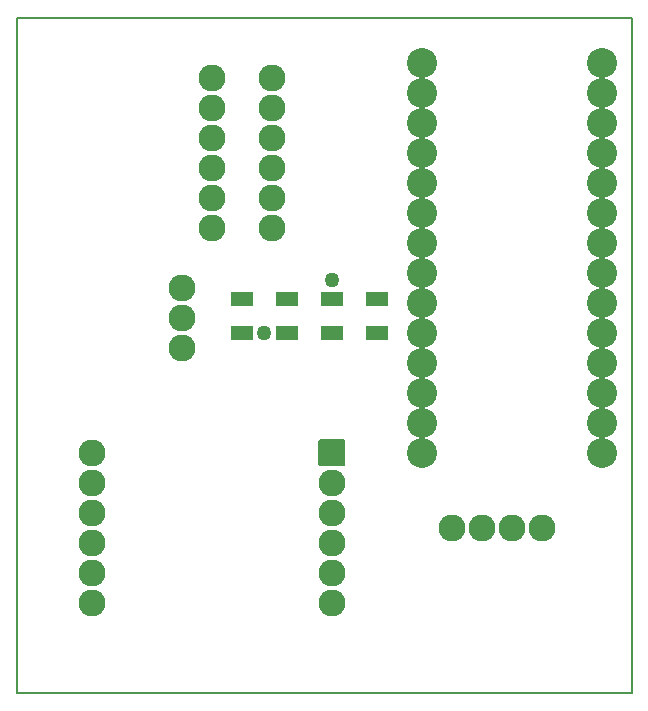
<source format=gbr>
G04 PROTEUS GERBER X2 FILE*
%TF.GenerationSoftware,Labcenter,Proteus,8.13-SP0-Build31525*%
%TF.CreationDate,2022-02-01T17:21:53+00:00*%
%TF.FileFunction,Soldermask,Top*%
%TF.FilePolarity,Negative*%
%TF.Part,Single*%
%TF.SameCoordinates,{1f8d9942-98d1-49a5-8421-286161f785e5}*%
%FSLAX45Y45*%
%MOMM*%
G01*
%TA.AperFunction,Material*%
%ADD71C,1.270000*%
%TA.AperFunction,Material*%
%ADD20C,2.286000*%
%AMPPAD013*
4,1,4,
-0.901700,-0.571500,
-0.901700,0.571500,
0.901700,0.571500,
0.901700,-0.571500,
-0.901700,-0.571500,
0*%
%TA.AperFunction,Material*%
%ADD21PPAD013*%
%TA.AperFunction,Material*%
%ADD22C,2.540000*%
%AMPPAD015*
4,1,36,
1.143000,1.016000,
1.143000,-1.016000,
1.140470,-1.041970,
1.133200,-1.065980,
1.121650,-1.087580,
1.106290,-1.106290,
1.087570,-1.121650,
1.065980,-1.133200,
1.041970,-1.140470,
1.016000,-1.143000,
-1.016000,-1.143000,
-1.041970,-1.140470,
-1.065980,-1.133200,
-1.087570,-1.121650,
-1.106290,-1.106290,
-1.121650,-1.087580,
-1.133200,-1.065980,
-1.140470,-1.041970,
-1.143000,-1.016000,
-1.143000,1.016000,
-1.140470,1.041970,
-1.133200,1.065980,
-1.121650,1.087580,
-1.106290,1.106290,
-1.087570,1.121650,
-1.065980,1.133200,
-1.041970,1.140470,
-1.016000,1.143000,
1.016000,1.143000,
1.041970,1.140470,
1.065980,1.133200,
1.087570,1.121650,
1.106290,1.106290,
1.121650,1.087580,
1.133200,1.065980,
1.140470,1.041970,
1.143000,1.016000,
0*%
%TA.AperFunction,Material*%
%ADD23PPAD015*%
%TA.AperFunction,Profile*%
%ADD17C,0.203200*%
%TD.AperFunction*%
D71*
X-11620500Y+635000D03*
X-11049000Y+1079500D03*
D20*
X-12319000Y+508000D03*
X-12319000Y+762000D03*
X-12319000Y+1016000D03*
D21*
X-11430000Y+635000D03*
X-11430000Y+925000D03*
X-11049000Y+635000D03*
X-11049000Y+925000D03*
D22*
X-10287000Y+2667000D03*
X-10287000Y+2413000D03*
X-10287000Y+2159000D03*
X-10287000Y+1905000D03*
X-10287000Y+1651000D03*
X-10287000Y+1397000D03*
X-10287000Y+1143000D03*
X-10287000Y+889000D03*
X-10287000Y+635000D03*
X-10287000Y+381000D03*
X-10287000Y+127000D03*
X-10287000Y-127000D03*
X-10287000Y-381000D03*
X-8763000Y-381000D03*
X-8763000Y-127000D03*
X-8763000Y+127000D03*
X-8763000Y+381000D03*
X-8763000Y+635000D03*
X-8763000Y+889000D03*
X-8763000Y+1143000D03*
X-8763000Y+1397000D03*
X-8763000Y+1651000D03*
X-8763000Y+1905000D03*
X-8763000Y+2159000D03*
X-8763000Y+2413000D03*
X-8763000Y+2667000D03*
X-8763000Y+2921000D03*
X-10287000Y+2921000D03*
D20*
X-11557000Y+1524000D03*
X-11557000Y+1778000D03*
X-11557000Y+2032000D03*
X-11557000Y+2286000D03*
X-11557000Y+2540000D03*
X-11557000Y+2794000D03*
X-10033000Y-1016000D03*
X-9779000Y-1016000D03*
X-9525000Y-1016000D03*
X-9271000Y-1016000D03*
D21*
X-10668000Y+635000D03*
X-10668000Y+925000D03*
D23*
X-11049000Y-381000D03*
D20*
X-11049000Y-635000D03*
X-11049000Y-889000D03*
X-11049000Y-1143000D03*
X-11049000Y-1397000D03*
X-11049000Y-1651000D03*
X-13081000Y-1651000D03*
X-13081000Y-1397000D03*
X-13081000Y-1143000D03*
X-13081000Y-889000D03*
X-13081000Y-635000D03*
X-13081000Y-381000D03*
D21*
X-11811000Y+635000D03*
X-11811000Y+925000D03*
D20*
X-12065000Y+1524000D03*
X-12065000Y+1778000D03*
X-12065000Y+2032000D03*
X-12065000Y+2286000D03*
X-12065000Y+2540000D03*
X-12065000Y+2794000D03*
D17*
X-13716000Y-2413000D02*
X-8509000Y-2413000D01*
X-8509000Y+3302000D01*
X-13716000Y+3302000D01*
X-13716000Y-2413000D01*
M02*

</source>
